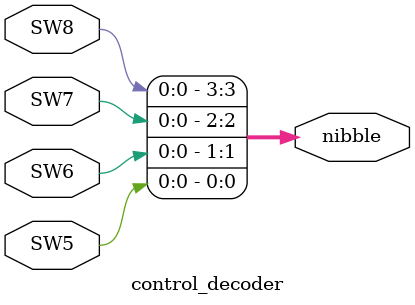
<source format=v>
`timescale 1ns / 1ps


module control_decoder(
    input SW5, SW6, SW7, SW8,
    output [3:0] nibble
    );
    
    assign nibble = {SW8, SW7, SW6, SW5};
endmodule

</source>
